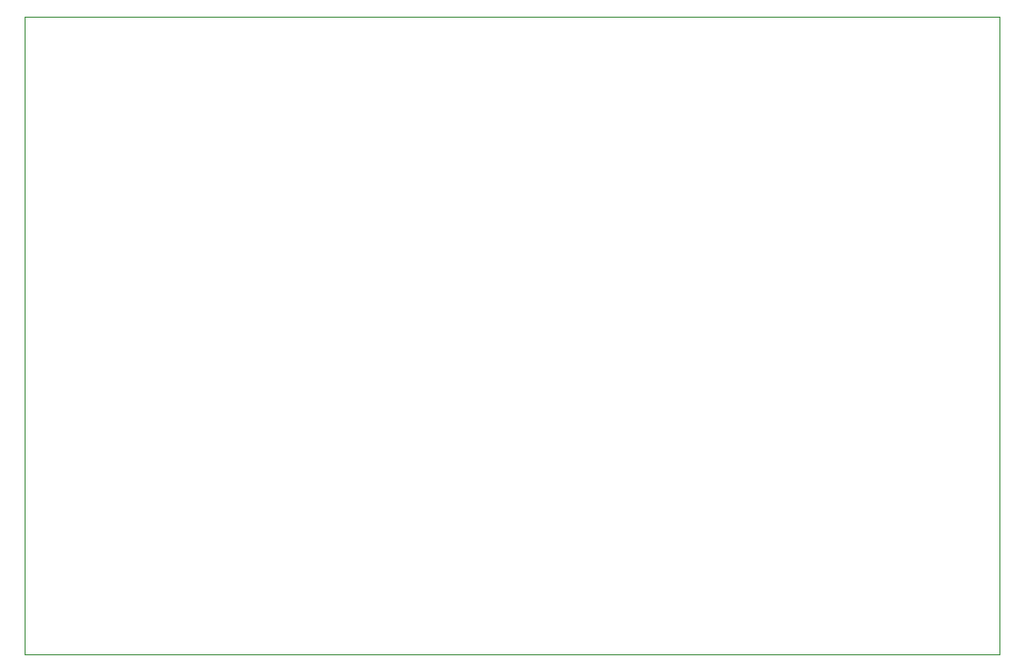
<source format=gm1>
%TF.GenerationSoftware,KiCad,Pcbnew,(5.1.10)-1*%
%TF.CreationDate,2021-07-23T15:14:34+02:00*%
%TF.ProjectId,rpicoscope2,72706963-6f73-4636-9f70-65322e6b6963,rev?*%
%TF.SameCoordinates,Original*%
%TF.FileFunction,Profile,NP*%
%FSLAX46Y46*%
G04 Gerber Fmt 4.6, Leading zero omitted, Abs format (unit mm)*
G04 Created by KiCad (PCBNEW (5.1.10)-1) date 2021-07-23 15:14:34*
%MOMM*%
%LPD*%
G01*
G04 APERTURE LIST*
%TA.AperFunction,Profile*%
%ADD10C,0.050000*%
%TD*%
G04 APERTURE END LIST*
D10*
X120650000Y-124850000D02*
X120650000Y-69850000D01*
X204650000Y-124850000D02*
X120650000Y-124850000D01*
X204650000Y-69850000D02*
X204650000Y-124850000D01*
X120650000Y-69850000D02*
X204650000Y-69850000D01*
M02*

</source>
